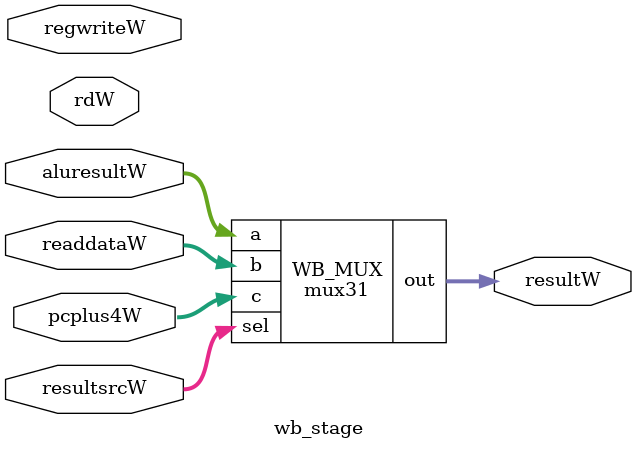
<source format=v>
module mux31(
           input [31:0]a,b,c,
           input [1:0]sel,
           output [31:0]out
           );
assign out = (sel==2'b00)?a:(sel==2'b01)?b:(sel==2'b10)?c:32'b0;          
endmodule
////////////////////////////////////////////////////////wb stage//////////////////////////////////////
module wb_stage(
                input regwriteW,
                input[1:0]resultsrcW,
                input [31:0]aluresultW,readdataW,pcplus4W,
                input [4:0]rdW,
                output [31:0]resultW
                );
mux31 WB_MUX(.a(aluresultW),
             .b(readdataW),
             .c(pcplus4W),
             .sel(resultsrcW),
             .out(resultW)
             );           
endmodule
</source>
